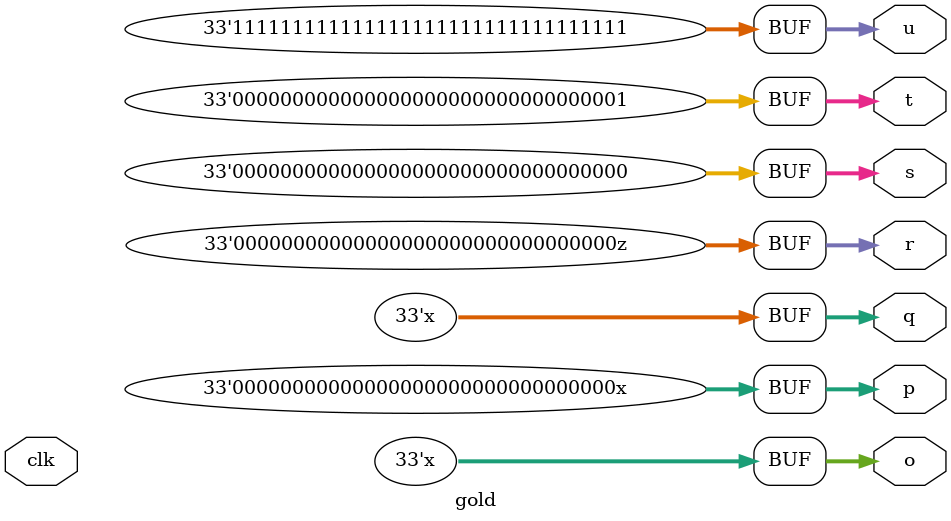
<source format=v>
module gold(input clk, output [32:0] o, p, q, r, s, t, u);
assign o = {33{1'bx}};
assign p = {{32{1'b0}}, 1'bx};
assign q = {33{1'bz}};
assign r = {{32{1'b0}}, 1'bz};
assign s = {33{1'b0}};
assign t = {{32{1'b0}}, 1'b1};
assign u = {33{1'b1}};
endmodule

</source>
